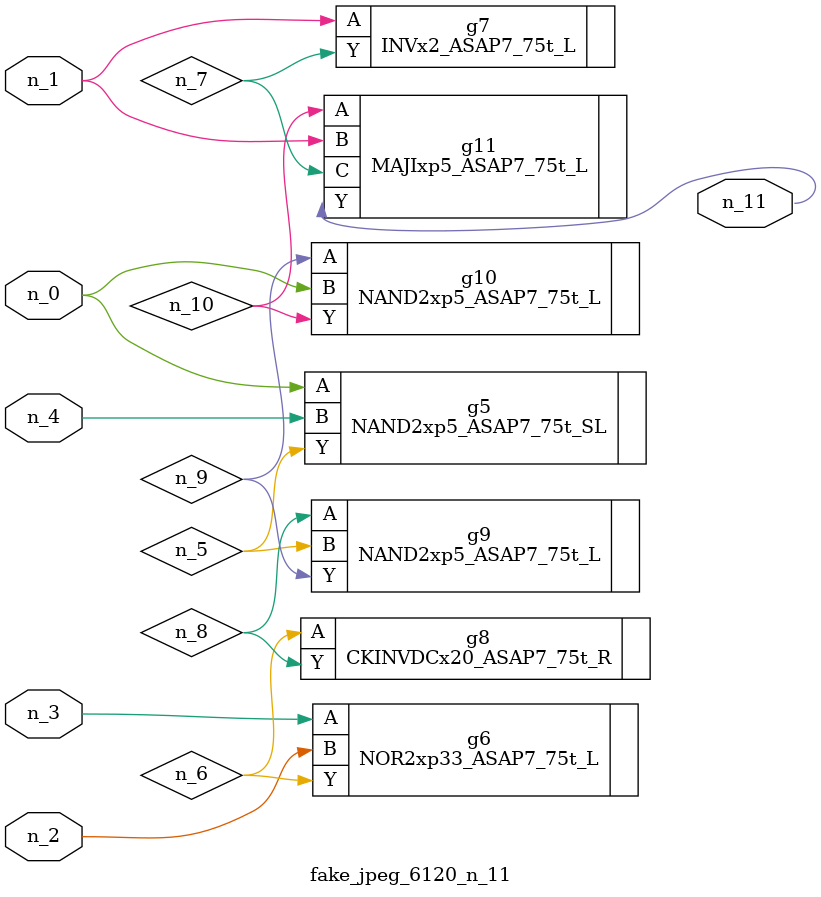
<source format=v>
module fake_jpeg_6120_n_11 (n_3, n_2, n_1, n_0, n_4, n_11);

input n_3;
input n_2;
input n_1;
input n_0;
input n_4;

output n_11;

wire n_10;
wire n_8;
wire n_9;
wire n_6;
wire n_5;
wire n_7;

NAND2xp5_ASAP7_75t_SL g5 ( 
.A(n_0),
.B(n_4),
.Y(n_5)
);

NOR2xp33_ASAP7_75t_L g6 ( 
.A(n_3),
.B(n_2),
.Y(n_6)
);

INVx2_ASAP7_75t_L g7 ( 
.A(n_1),
.Y(n_7)
);

CKINVDCx20_ASAP7_75t_R g8 ( 
.A(n_6),
.Y(n_8)
);

NAND2xp5_ASAP7_75t_L g9 ( 
.A(n_8),
.B(n_5),
.Y(n_9)
);

NAND2xp5_ASAP7_75t_L g10 ( 
.A(n_9),
.B(n_0),
.Y(n_10)
);

MAJIxp5_ASAP7_75t_L g11 ( 
.A(n_10),
.B(n_1),
.C(n_7),
.Y(n_11)
);


endmodule
</source>
